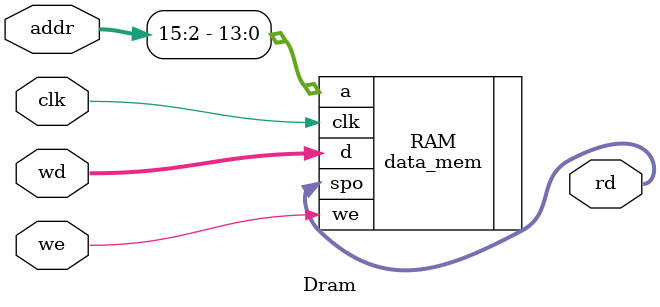
<source format=v>
`include "define.v"
module Dram (

        input    wire        clk,
        input    wire        we,
        input    wire[31: 0] addr,
        input    wire[31: 0] wd,
        output   wire[31: 0] rd
    );

 data_mem RAM (
        .clk     (clk),
        .we      (we),
        .a       (addr[15: 2]),
        .d       (wd),
        .spo     (rd)
    );
          
 endmodule
</source>
